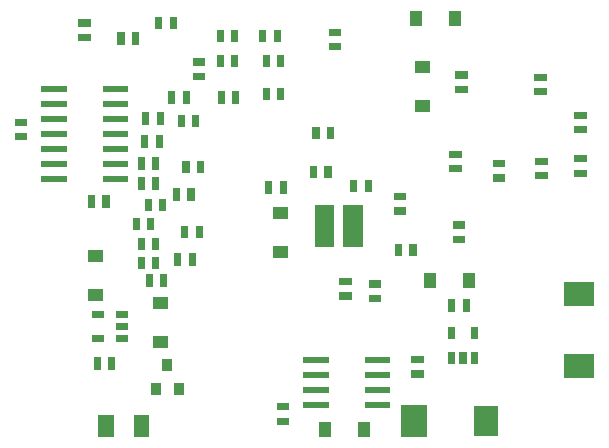
<source format=gbr>
G04 start of page 9 for group -4014 idx -4014 *
G04 Title: stribog.main_board, bottompaste *
G04 Creator: pcb 1.99y *
G04 CreationDate: Sat Oct 10 15:19:27 2009 UTC *
G04 For: dti *
G04 Format: Gerber/RS-274X *
G04 PCB-Dimensions: 236220 157480 *
G04 PCB-Coordinate-Origin: lower left *
%MOIN*%
%FSLAX25Y25*%
%LNBACKPASTE*%
%ADD19R,0.0240X0.0240*%
%ADD20R,0.0400X0.0400*%
%ADD21R,0.0200X0.0200*%
%ADD22R,0.0879X0.0879*%
%ADD23R,0.0800X0.0800*%
%ADD24R,0.0640X0.0640*%
%ADD25R,0.0512X0.0512*%
%ADD26R,0.0340X0.0340*%
G54D19*X49494Y142481D02*X51294D01*
X49494Y147281D02*X51294D01*
G54D24*X139839Y83327D02*Y75727D01*
X130239Y83327D02*Y75727D01*
G54D19*X132321Y111530D02*Y109730D01*
X127521Y111530D02*Y109730D01*
G54D25*X69290Y14173D02*Y11811D01*
X57480Y14173D02*Y11811D01*
G54D19*X28234Y109411D02*X30034D01*
X28234Y114211D02*X30034D01*
X115785Y135544D02*Y133744D01*
X110985Y135544D02*Y133744D01*
X69254Y68223D02*Y66423D01*
X74054Y68223D02*Y66423D01*
X53992Y42200D02*X55592D01*
X53992Y50000D02*X55592D01*
X62192D02*X63792D01*
X62192Y46100D02*X63792D01*
X62192Y42200D02*X63792D01*
X79490Y123341D02*Y121541D01*
X84290Y123341D02*Y121541D01*
X70828Y116255D02*Y114455D01*
X75628Y116255D02*Y114455D01*
X83821Y78459D02*Y76659D01*
X88621Y78459D02*Y76659D01*
X71616Y87514D02*Y85714D01*
X76416Y87514D02*Y85714D01*
X69254Y74522D02*Y72722D01*
X74054Y74522D02*Y72722D01*
G54D21*X144794Y35059D02*X151294D01*
X144794Y30059D02*X151294D01*
X144794Y25059D02*X151294D01*
X144794Y20059D02*X151294D01*
X124294D02*X130794D01*
X124294Y25059D02*X130794D01*
X124294Y30059D02*X130794D01*
X124294Y35059D02*X130794D01*
G54D19*X214847Y102006D02*X216647D01*
X214847Y97206D02*X216647D01*
X132958Y139332D02*X134758D01*
X132958Y144132D02*X134758D01*
X62560Y143026D02*Y141226D01*
X67360Y143026D02*Y141226D01*
X116573Y93419D02*Y91619D01*
X111773Y93419D02*Y91619D01*
X72009Y62317D02*Y60517D01*
X76809Y62317D02*Y60517D01*
X85865Y91058D02*Y89258D01*
X81065Y91058D02*Y89258D01*
X115786Y124522D02*Y122722D01*
X110986Y124522D02*Y122722D01*
X95631Y143813D02*Y142013D01*
X100431Y143813D02*Y142013D01*
X131534Y98537D02*Y96737D01*
X126734Y98537D02*Y96737D01*
G54D23*X214354Y33086D02*X216354D01*
X214354Y57086D02*X216354D01*
G54D20*X115248Y70965D02*X116248D01*
X115248Y83965D02*X116248D01*
G54D19*X172653Y44642D02*Y43042D01*
X180453Y44642D02*Y43042D01*
Y36442D02*Y34842D01*
X176553Y36442D02*Y34842D01*
X172653Y36442D02*Y34842D01*
X175084Y129959D02*X176884D01*
X175084Y125159D02*X176884D01*
X187681Y100431D02*X189481D01*
X187681Y95631D02*X189481D01*
G54D21*X57393Y125236D02*X63893D01*
X57393Y120236D02*X63893D01*
X57393Y115236D02*X63893D01*
X57393Y110236D02*X63893D01*
X57393Y105236D02*X63893D01*
X57393Y100236D02*X63893D01*
X57393Y95236D02*X63893D01*
X36893D02*X43393D01*
X36893Y100236D02*X43393D01*
X36893Y105236D02*X43393D01*
X36893Y110236D02*X43393D01*
X36893Y115236D02*X43393D01*
X36893Y120236D02*X43393D01*
X36893Y125236D02*X43393D01*
G54D19*X201461Y124372D02*X203261D01*
X201461Y129172D02*X203261D01*
X114605Y143813D02*Y142013D01*
X109805Y143813D02*Y142013D01*
G54D20*X160729Y149318D02*Y148318D01*
X173729Y149318D02*Y148318D01*
X53437Y69587D02*X54437D01*
X53437Y56587D02*X54437D01*
X162492Y132579D02*X163492D01*
X162492Y119579D02*X163492D01*
G54D19*X155081Y72553D02*Y70753D01*
X159881Y72553D02*Y70753D01*
X86258Y69403D02*Y67603D01*
X81458Y69403D02*Y67603D01*
X87683Y129490D02*X89483D01*
X87683Y134290D02*X89483D01*
X69254Y94600D02*Y92800D01*
X74054Y94600D02*Y92800D01*
X59487Y34758D02*Y32958D01*
X54687Y34758D02*Y32958D01*
G54D26*X81890Y25496D02*Y24896D01*
X74090Y25496D02*Y24896D01*
X77990Y33696D02*Y33096D01*
G54D19*X177597Y54049D02*Y52249D01*
X172797Y54049D02*Y52249D01*
G54D20*X143603Y12311D02*Y11311D01*
X130603Y12311D02*Y11311D01*
G54D19*X201854Y101219D02*X203654D01*
X201854Y96419D02*X203654D01*
X96024Y123341D02*Y121541D01*
X100824Y123341D02*Y121541D01*
X173117Y103581D02*X174917D01*
X173117Y98781D02*X174917D01*
X115635Y14530D02*X117435D01*
X115635Y19330D02*X117435D01*
X79959Y148144D02*Y146344D01*
X75159Y148144D02*Y146344D01*
X74054Y101293D02*Y99493D01*
X69254Y101293D02*Y99493D01*
G54D20*X75091Y41043D02*X76091D01*
X75091Y54043D02*X76091D01*
G54D19*X70435Y108773D02*Y106973D01*
X75235Y108773D02*Y106973D01*
G54D20*X165453Y61917D02*Y60917D01*
X178453Y61917D02*Y60917D01*
G54D19*X174296Y75157D02*X176096D01*
X174296Y79957D02*X176096D01*
X95632Y135545D02*Y133745D01*
X100432Y135545D02*Y133745D01*
X140120Y93813D02*Y92013D01*
X144920Y93813D02*Y92013D01*
X154611Y89408D02*X156411D01*
X154611Y84608D02*X156411D01*
X87439Y115466D02*Y113666D01*
X82639Y115466D02*Y113666D01*
X52717Y88695D02*Y86895D01*
X57517Y88695D02*Y86895D01*
X160517Y30277D02*X162317D01*
X160517Y35077D02*X162317D01*
X214847Y116573D02*X216647D01*
X214847Y111773D02*X216647D01*
X84214Y100230D02*Y98430D01*
X89014Y100230D02*Y98430D01*
X146343Y60273D02*X148143D01*
X146343Y55473D02*X148143D01*
X72479Y81215D02*Y79415D01*
X67679Y81215D02*Y79415D01*
G54D22*X160251Y15567D02*Y13567D01*
G54D23*X184251Y15567D02*Y13567D01*
G54D19*X136501Y61061D02*X138301D01*
X136501Y56261D02*X138301D01*
M02*

</source>
